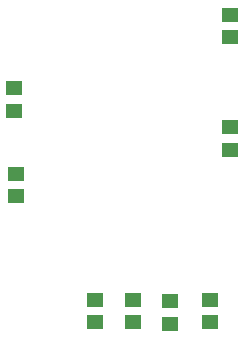
<source format=gbp>
G04*
G04 #@! TF.GenerationSoftware,Altium Limited,Altium Designer,21.9.2 (33)*
G04*
G04 Layer_Color=128*
%FSTAX24Y24*%
%MOIN*%
G70*
G04*
G04 #@! TF.SameCoordinates,D1A32080-4ACB-4024-A22C-927F9C0922C7*
G04*
G04*
G04 #@! TF.FilePolarity,Positive*
G04*
G01*
G75*
%ADD23R,0.0551X0.0472*%
D23*
X022905Y024196D02*
D03*
Y024944D02*
D03*
X024229Y024249D02*
D03*
Y024997D02*
D03*
X020405Y024246D02*
D03*
Y024994D02*
D03*
X017757Y028449D02*
D03*
Y029197D02*
D03*
X017705Y032044D02*
D03*
Y031296D02*
D03*
X021679Y024249D02*
D03*
Y024997D02*
D03*
X024907Y034497D02*
D03*
Y033749D02*
D03*
Y030747D02*
D03*
Y029999D02*
D03*
M02*

</source>
